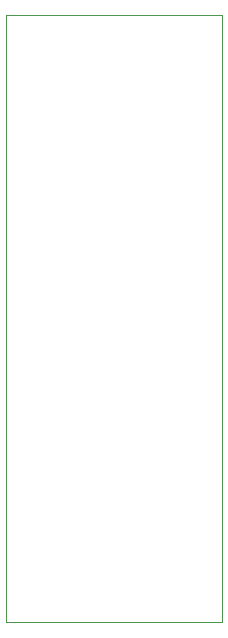
<source format=gbr>
G04 #@! TF.GenerationSoftware,KiCad,Pcbnew,(5.1.2-1)-1*
G04 #@! TF.CreationDate,2020-04-08T11:54:09+01:00*
G04 #@! TF.ProjectId,tranZPUter-SW,7472616e-5a50-4557-9465-722d53572e6b,rev?*
G04 #@! TF.SameCoordinates,Original*
G04 #@! TF.FileFunction,Other,User*
%FSLAX46Y46*%
G04 Gerber Fmt 4.6, Leading zero omitted, Abs format (unit mm)*
G04 Created by KiCad (PCBNEW (5.1.2-1)-1) date 2020-04-08 11:54:09*
%MOMM*%
%LPD*%
G04 APERTURE LIST*
%ADD10C,0.050000*%
G04 APERTURE END LIST*
D10*
X191806000Y-89967000D02*
X173456000Y-89967000D01*
X191806000Y-141417000D02*
X191806000Y-89967000D01*
X173456000Y-141417000D02*
X191806000Y-141417000D01*
X173456000Y-89967000D02*
X173456000Y-141417000D01*
M02*

</source>
